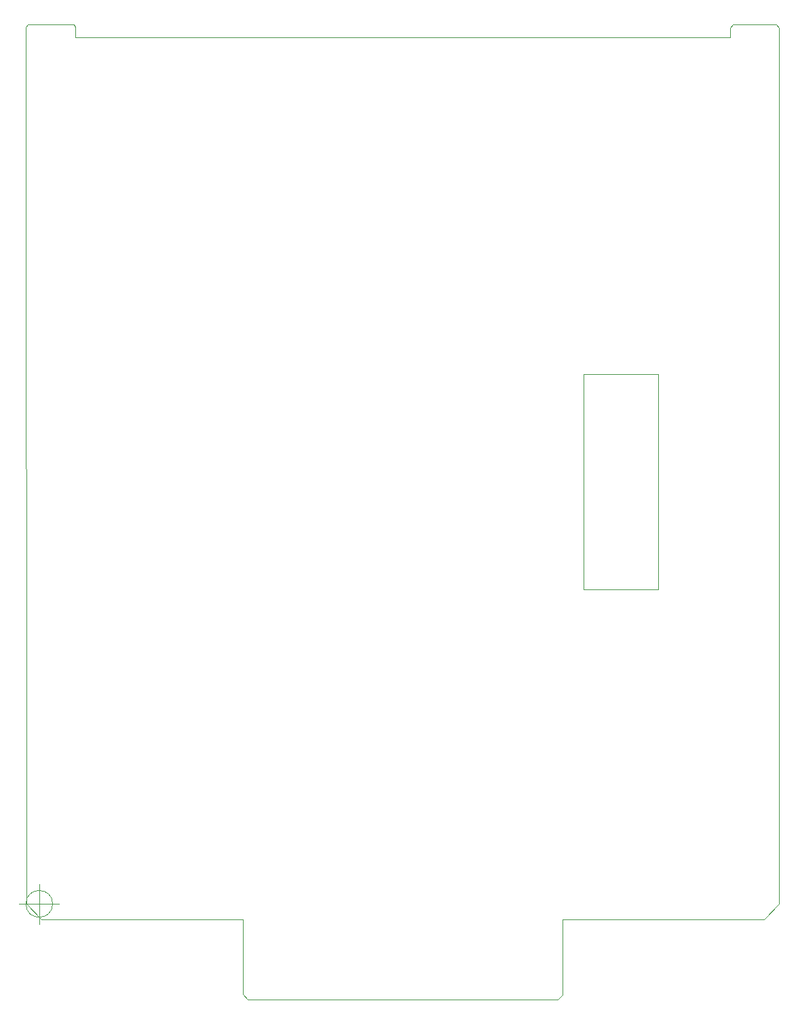
<source format=gbr>
%TF.GenerationSoftware,KiCad,Pcbnew,(5.1.12)-1*%
%TF.CreationDate,2022-03-08T20:35:16+00:00*%
%TF.ProjectId,RGBtoHDMI CDTV v2,52474274-6f48-4444-9d49-204344545620,1*%
%TF.SameCoordinates,Original*%
%TF.FileFunction,Profile,NP*%
%FSLAX46Y46*%
G04 Gerber Fmt 4.6, Leading zero omitted, Abs format (unit mm)*
G04 Created by KiCad (PCBNEW (5.1.12)-1) date 2022-03-08 20:35:16*
%MOMM*%
%LPD*%
G01*
G04 APERTURE LIST*
%TA.AperFunction,Profile*%
%ADD10C,0.050000*%
%TD*%
G04 APERTURE END LIST*
D10*
X143129000Y-38100000D02*
X142773400Y-37642800D01*
X49149000Y-37973000D02*
X49352200Y-37642800D01*
X118745000Y-108077000D02*
X118745000Y-81280000D01*
X118745000Y-81280000D02*
X128016000Y-81280000D01*
X128016000Y-108077000D02*
X118745000Y-108077000D01*
X128016000Y-81280000D02*
X128016000Y-108077000D01*
X52466666Y-147320000D02*
G75*
G03*
X52466666Y-147320000I-1666666J0D01*
G01*
X48300000Y-147320000D02*
X53300000Y-147320000D01*
X50800000Y-144820000D02*
X50800000Y-149820000D01*
X137375900Y-37642800D02*
X137020300Y-38100000D01*
X55092600Y-37642800D02*
X55295800Y-37973000D01*
X55295800Y-39243000D02*
X137020300Y-39243000D01*
X137375900Y-37642800D02*
X142773400Y-37642800D01*
X137020300Y-39243000D02*
X137020300Y-38100000D01*
X55295800Y-37973000D02*
X55295800Y-39243000D01*
X49352200Y-37642800D02*
X55092600Y-37642800D01*
X143129000Y-147345400D02*
X141224000Y-149250400D01*
X49174400Y-147345400D02*
X51079400Y-149250400D01*
X141224000Y-149250400D02*
X116128800Y-149250400D01*
X116128800Y-158623000D02*
X115493800Y-159232600D01*
X115493800Y-159232600D02*
X76809600Y-159232600D01*
X76809600Y-159232600D02*
X76174600Y-158597600D01*
X116128800Y-158623000D02*
X116128800Y-149250400D01*
X76174600Y-158597600D02*
X76174600Y-149225000D01*
X49174400Y-147345400D02*
X49149000Y-37973000D01*
X76174600Y-149225000D02*
X51079400Y-149250400D01*
X143129000Y-38100000D02*
X143129000Y-147345400D01*
M02*

</source>
